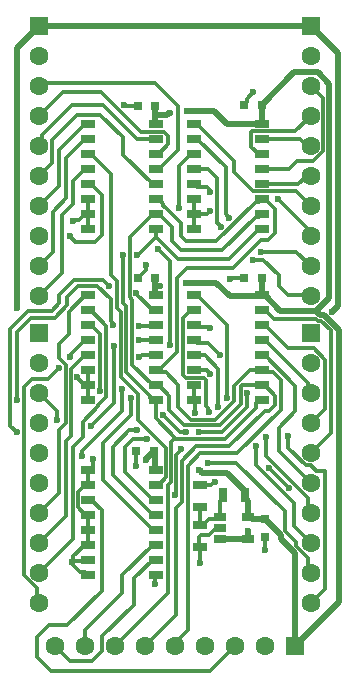
<source format=gtl>
G04*
G04 #@! TF.GenerationSoftware,Altium Limited,Altium Designer,21.4.1 (30)*
G04*
G04 Layer_Physical_Order=1*
G04 Layer_Color=255*
%FSLAX25Y25*%
%MOIN*%
G70*
G04*
G04 #@! TF.SameCoordinates,DAFBEC02-1197-4843-953F-D25F05510CB2*
G04*
G04*
G04 #@! TF.FilePolarity,Positive*
G04*
G01*
G75*
%ADD24R,0.03937X0.02756*%
%ADD25R,0.03150X0.03150*%
%ADD26R,0.03150X0.03150*%
%ADD27R,0.05000X0.02992*%
%ADD28R,0.02756X0.05118*%
%ADD29R,0.05118X0.02756*%
%ADD30C,0.01181*%
%ADD31C,0.01968*%
%ADD32C,0.06299*%
%ADD33R,0.06299X0.06299*%
%ADD34R,0.06299X0.06299*%
%ADD35C,0.02362*%
D24*
X24409Y-60827D02*
D03*
Y-53347D02*
D03*
X14961Y-60827D02*
D03*
Y-57087D02*
D03*
Y-53347D02*
D03*
D25*
X23031Y83858D02*
D03*
X28937D02*
D03*
Y26378D02*
D03*
X23031D02*
D03*
X-12894Y-31594D02*
D03*
X-6988D02*
D03*
X-12402Y83465D02*
D03*
X-6496D02*
D03*
Y26378D02*
D03*
X-12402D02*
D03*
D26*
X29921Y-54134D02*
D03*
Y-60039D02*
D03*
D27*
X6457Y77539D02*
D03*
Y72539D02*
D03*
Y67539D02*
D03*
Y62539D02*
D03*
Y57539D02*
D03*
Y52539D02*
D03*
Y47539D02*
D03*
Y42539D02*
D03*
X28976Y77539D02*
D03*
Y72539D02*
D03*
Y67539D02*
D03*
Y62539D02*
D03*
Y57539D02*
D03*
Y52539D02*
D03*
Y47539D02*
D03*
Y42539D02*
D03*
X-6457D02*
D03*
Y47539D02*
D03*
Y52539D02*
D03*
Y57539D02*
D03*
Y62539D02*
D03*
Y67539D02*
D03*
Y72539D02*
D03*
Y77539D02*
D03*
X-28976Y42539D02*
D03*
Y47539D02*
D03*
Y52539D02*
D03*
Y57539D02*
D03*
Y62539D02*
D03*
Y67539D02*
D03*
Y72539D02*
D03*
Y77539D02*
D03*
X28976Y-14547D02*
D03*
Y-9547D02*
D03*
Y-4547D02*
D03*
Y453D02*
D03*
Y5453D02*
D03*
Y10453D02*
D03*
Y15453D02*
D03*
Y20453D02*
D03*
X6457Y-14547D02*
D03*
Y-9547D02*
D03*
Y-4547D02*
D03*
Y453D02*
D03*
Y5453D02*
D03*
Y10453D02*
D03*
Y15453D02*
D03*
Y20453D02*
D03*
X-28976D02*
D03*
Y15453D02*
D03*
Y10453D02*
D03*
Y5453D02*
D03*
Y453D02*
D03*
Y-4547D02*
D03*
Y-9547D02*
D03*
Y-14547D02*
D03*
X-6457Y20453D02*
D03*
Y15453D02*
D03*
Y10453D02*
D03*
Y5453D02*
D03*
Y453D02*
D03*
Y-4547D02*
D03*
Y-9547D02*
D03*
Y-14547D02*
D03*
X-28976Y-37618D02*
D03*
Y-42618D02*
D03*
Y-47618D02*
D03*
Y-52618D02*
D03*
Y-57618D02*
D03*
Y-62618D02*
D03*
Y-67618D02*
D03*
Y-72618D02*
D03*
X-6457Y-37618D02*
D03*
Y-42618D02*
D03*
Y-47618D02*
D03*
Y-52618D02*
D03*
Y-57618D02*
D03*
Y-62618D02*
D03*
Y-67618D02*
D03*
Y-72618D02*
D03*
D28*
X15945Y-46063D02*
D03*
X23425D02*
D03*
D29*
X8268Y-42717D02*
D03*
Y-50197D02*
D03*
Y-63583D02*
D03*
Y-56102D02*
D03*
D30*
X-36220Y-22047D02*
Y-2756D01*
X-38583Y-394D02*
X-36220Y-2756D01*
X-38583Y-24409D02*
X-36220Y-22047D01*
X-24016Y25591D02*
X-22047Y23622D01*
X-38583Y20472D02*
X-33465Y25591D01*
X-24016D01*
X8268Y-68898D02*
Y-63583D01*
X-32018Y45502D02*
X-29980Y47539D01*
X-33731Y45502D02*
X-32018D01*
X-33957Y45276D02*
X-33731Y45502D01*
X-31732Y-71713D02*
X-29882D01*
X-34154Y-68405D02*
X-33928Y-68632D01*
X-29882Y-71713D02*
X-28976Y-72618D01*
X-33928Y-69517D02*
X-31732Y-71713D01*
X-33928Y-69517D02*
Y-68632D01*
Y-68180D02*
X-29538D01*
X-28976Y-67618D01*
X-33928Y-66565D02*
X-29980Y-62618D01*
X-34154Y-68405D02*
X-33928Y-68180D01*
Y-66565D01*
X-29980Y-62618D02*
X-28976D01*
X8169Y-60141D02*
X8861Y-59449D01*
X8169Y-63484D02*
Y-60141D01*
X8861Y-59449D02*
X11516D01*
X13091Y-57874D01*
X14173D01*
X29921Y-64567D02*
Y-60039D01*
X43676Y43221D02*
Y43234D01*
X45276Y40236D02*
Y41621D01*
X43676Y43221D02*
X45276Y41621D01*
X34449Y52461D02*
X43676Y43234D01*
X10704Y47539D02*
X11590Y48425D01*
X6457Y47539D02*
X10704D01*
X1476Y63563D02*
X5453Y67539D01*
X1476Y49705D02*
Y63563D01*
X-9747Y29032D02*
Y30607D01*
X-9646Y30709D01*
X-12402Y26378D02*
X-9747Y29032D01*
X6457Y10453D02*
X7038Y9872D01*
X11388D01*
X11614Y9646D01*
X-5512Y35827D02*
X-1476Y31791D01*
Y4035D02*
Y31791D01*
X689Y1595D02*
Y23020D01*
Y25011D02*
Y26280D01*
X591Y23119D02*
X689Y23020D01*
X-5453Y-4547D02*
X689Y1595D01*
X591Y24913D02*
X689Y25011D01*
Y26280D02*
X3937Y29528D01*
X591Y23119D02*
Y24913D01*
X2756Y-6234D02*
Y12756D01*
Y-6234D02*
X3549Y-7028D01*
X2756Y12756D02*
X5453Y15453D01*
X14173Y-57874D02*
X14961Y-57087D01*
X8169Y-63484D02*
X8268Y-63583D01*
X12968Y-41929D02*
X13287D01*
X8268Y-42717D02*
X12180D01*
X12968Y-41929D01*
X10994Y-18278D02*
X11220Y-18504D01*
X10994Y-18278D02*
Y-17073D01*
X10433Y-16511D02*
X10994Y-17073D01*
X10433Y-16511D02*
Y-7719D01*
X6693Y-18799D02*
Y-14784D01*
X13484Y-20965D02*
X19685Y-14764D01*
X5315Y-20965D02*
X13484D01*
X1083Y-16732D02*
X5315Y-20965D01*
X1083Y-16732D02*
Y-9350D01*
X6457Y-14547D02*
X6693Y-14784D01*
X-16634Y-30118D02*
X-13976Y-27461D01*
X-9350D01*
X23031Y83858D02*
X24016Y84842D01*
Y85925D02*
X26181Y88090D01*
X24016Y84842D02*
Y85925D01*
X315Y-50472D02*
X2362Y-48425D01*
Y-34744D02*
X7185Y-29921D01*
X2362Y-48425D02*
Y-34744D01*
X-10000Y-96457D02*
X315Y-86142D01*
Y-50472D01*
X31299Y-37106D02*
X37894Y-43701D01*
X2165Y-31127D02*
Y-30807D01*
X492Y-32800D02*
X2165Y-31127D01*
X492Y-34145D02*
Y-32800D01*
Y-43996D02*
Y-34145D01*
X98Y-46260D02*
X324Y-46034D01*
Y-44164D01*
X492Y-43996D01*
X-2264Y-78720D02*
Y-42864D01*
X-20000Y-96457D02*
X-2264Y-78720D01*
X-1181Y-41781D02*
Y-28543D01*
X-2264Y-42864D02*
X-1181Y-41781D01*
X4232Y-36516D02*
X8465Y-32283D01*
X0Y-95402D02*
X4232Y-91170D01*
Y-36516D01*
X7185Y-29921D02*
X18110D01*
X8465Y-32283D02*
X20866D01*
X3549Y-7028D02*
X9741D01*
X10433Y-7719D01*
X10650Y-4547D02*
X11811Y-5709D01*
X6457Y-4547D02*
X10650D01*
X6457Y453D02*
X6513Y397D01*
X10036D01*
X14512Y-4079D01*
Y-16874D02*
Y-4079D01*
X11048Y4602D02*
X15059Y591D01*
X6457Y5453D02*
X7308Y4602D01*
X11048D01*
X27972Y-14547D02*
X28976D01*
X27067Y-15453D02*
X27972Y-14547D01*
X24980Y-4547D02*
X28976D01*
Y10453D02*
X29980D01*
X37677Y2756D01*
X28976Y453D02*
X29980D01*
X40157Y-9724D01*
Y-18110D02*
Y-9724D01*
X6457Y20453D02*
X7461D01*
X17323Y10591D01*
Y-13780D02*
Y10591D01*
X29980Y-9547D02*
X33465Y-13032D01*
Y-16142D02*
Y-13032D01*
X22207Y-9547D02*
X29980D01*
X28976Y15453D02*
X29980D01*
X32933Y12500D01*
X28976Y-4547D02*
X29980D01*
X30430Y-4997D01*
X32556D01*
X28976Y5453D02*
X29980D01*
X44296Y-8863D01*
Y-11147D02*
Y-8863D01*
X6457Y-14547D02*
Y-9547D01*
X5453Y15453D02*
X6457D01*
X44296Y-11147D02*
X45276Y-12126D01*
X32556Y-4997D02*
X35433Y-7874D01*
Y-17717D02*
Y-7874D01*
X20866Y-32283D02*
X35433Y-17717D01*
X0Y-96457D02*
Y-95402D01*
X45276Y-32126D02*
X45433D01*
X51968Y-25591D01*
Y8872D01*
X48833Y12008D02*
X51968Y8872D01*
X47666Y12008D02*
X48833D01*
X47174Y12500D02*
X47666Y12008D01*
X32933Y12500D02*
X47174D01*
X21900Y-9855D02*
X22207Y-9547D01*
X21900Y-15896D02*
Y-9855D01*
X14961Y-22835D02*
X21900Y-15896D01*
X3150Y-22835D02*
X14961D01*
X-1870Y-17815D02*
X3150Y-22835D01*
X-1870Y-17815D02*
Y-13130D01*
X-5453Y-9547D02*
X-1870Y-13130D01*
X-6457Y-9547D02*
X-5453D01*
X31496Y-18110D02*
X33465Y-16142D01*
X29921Y-18110D02*
X31496D01*
X18110Y-29921D02*
X29921Y-18110D01*
X34646Y-31496D02*
X45276Y-42126D01*
X34646Y-31496D02*
Y-23622D01*
X40157Y-18110D01*
X45276Y-22126D02*
X50000Y-17402D01*
Y-1004D01*
X46240Y2756D02*
X50000Y-1004D01*
X37677Y2756D02*
X46240D01*
X19685Y-9843D02*
X24980Y-4547D01*
X19685Y-14764D02*
Y-9843D01*
X-3019Y-5249D02*
X1083Y-9350D01*
X-4751Y-5249D02*
X-3019D01*
X-5453Y-4547D02*
X-4751Y-5249D01*
X27067Y-17028D02*
Y-15453D01*
X16732Y-27362D02*
X27067Y-17028D01*
X0Y-27362D02*
X16732D01*
X-5453Y-42618D02*
X-2972Y-40138D01*
Y-30492D01*
X-1181Y-28543D02*
X197Y-27165D01*
X-12205Y-21260D02*
X-2972Y-30492D01*
X-16634Y-38445D02*
Y-30118D01*
Y-38445D02*
X-7461Y-47618D01*
X-15157Y-24508D02*
X-12598D01*
X-20669Y-30020D02*
X-15157Y-24508D01*
X-20669Y-39409D02*
Y-30020D01*
Y-39409D02*
X-7461Y-52618D01*
X-24114Y-28740D02*
X-14764Y-19390D01*
X-24114Y-40965D02*
Y-28740D01*
X-14764Y-19390D02*
Y-13780D01*
X-12992Y-31693D02*
X-12894Y-31594D01*
X-12992Y-36319D02*
Y-31693D01*
X-12205Y-21260D02*
Y-12598D01*
X-28976Y-37618D02*
X-28268D01*
X-27362Y-36713D01*
Y-34154D01*
X-24114Y-40965D02*
X-7461Y-57618D01*
X37697Y20571D02*
X44941D01*
X45276Y20236D01*
X34646Y23622D02*
X37697Y20571D01*
X46060Y65158D02*
X49409Y68507D01*
X45276Y90236D02*
X49409Y86102D01*
Y68507D02*
Y86102D01*
X40748Y65158D02*
X46060D01*
X-17224Y17913D02*
Y33858D01*
Y17913D02*
X-16142Y16831D01*
Y-5250D02*
Y16831D01*
X-12569Y20561D02*
Y21034D01*
Y20561D02*
X-7461Y15453D01*
X-12598Y33858D02*
X-12402D01*
X-14961Y19772D02*
X-14173Y18985D01*
X-14961Y19772D02*
Y40039D01*
X-12795Y21260D02*
X-12569Y21034D01*
X-14961Y40039D02*
X-7461Y47539D01*
X-19291Y16142D02*
Y25197D01*
X-18110Y-6693D02*
Y14961D01*
X-19291Y16142D02*
X-18110Y14961D01*
X-20472Y10630D02*
Y10928D01*
X-21457Y11912D02*
X-20472Y10928D01*
X-21457Y11912D02*
Y19094D01*
X-25984Y23622D02*
X-21457Y19094D01*
X-6668Y91215D02*
X984Y83563D01*
X-44296Y91215D02*
X-6668D01*
X-45276Y90236D02*
X-44296Y91215D01*
X984Y68976D02*
Y83563D01*
X-12598Y72539D02*
X-6457D01*
X-23917Y83858D02*
X-12598Y72539D01*
X-34252Y83858D02*
X-23917D01*
X-3549Y75020D02*
X-2165Y73636D01*
X-5453Y67539D02*
X-2165Y70827D01*
Y73636D01*
X-24508Y88189D02*
X-11339Y75020D01*
X-3549D01*
X-5453Y62539D02*
X984Y68976D01*
X-37323Y88189D02*
X-24508D01*
X-17028Y83858D02*
X-16634Y83465D01*
X-12402D01*
X38130Y62539D02*
X40748Y65158D01*
X28976Y62539D02*
X38130D01*
X-7461Y-9547D02*
X-6457D01*
X18996Y26378D02*
X23031D01*
X18504Y25886D02*
X18996Y26378D01*
X6457Y47539D02*
Y52539D01*
Y42539D02*
Y47539D01*
X-29980D02*
X-28976D01*
Y52539D01*
Y42539D02*
Y47539D01*
X-34646Y-26378D02*
Y-4213D01*
X-32480Y-7047D02*
Y-6890D01*
X-34646Y-4213D02*
X-29980Y453D01*
X-32480Y-7047D02*
X-29980Y-9547D01*
X-36220Y-27953D02*
X-34646Y-26378D01*
X-29980Y-9547D02*
X-28976D01*
Y-4547D01*
Y-14547D02*
Y-9547D01*
X36614Y-58043D02*
X40455Y-61884D01*
Y-63152D02*
X44508Y-67205D01*
X36614Y-58043D02*
Y-51575D01*
X40455Y-63152D02*
Y-61884D01*
X44508Y-71359D02*
Y-67205D01*
Y-71359D02*
X45276Y-72126D01*
X50000Y-77402D02*
Y-38189D01*
X45276Y-82126D02*
X50000Y-77402D01*
X47185Y-38189D02*
X50000D01*
X45256Y-36260D02*
X47185Y-38189D01*
X43563Y-36260D02*
X45256D01*
X-6693Y-72854D02*
X-6457Y-72618D01*
X-6693Y-75886D02*
Y-72854D01*
X-34035Y-30098D02*
X-30709Y-26772D01*
X-32461Y-45098D02*
X-29980Y-42618D01*
X-32461Y-50138D02*
Y-45098D01*
Y-50138D02*
X-29980Y-52618D01*
X-28976D01*
X-34035Y-60886D02*
Y-30098D01*
X-45276Y-72126D02*
X-34035Y-60886D01*
X-29980Y-42618D02*
X-28976D01*
Y-57618D02*
Y-52618D01*
Y-62618D02*
Y-57618D01*
Y-42618D02*
Y-37618D01*
X-3937Y-19291D02*
X1849Y-25077D01*
X3424D02*
X3543Y-25197D01*
X1849Y-25077D02*
X3424D01*
X-6457Y-20512D02*
X197Y-27165D01*
X-6457Y-20512D02*
Y-14547D01*
X-7461Y-47618D02*
X-6457D01*
X25492Y70020D02*
Y74731D01*
X40098Y75059D02*
X45276Y80236D01*
X25820Y75059D02*
X40098D01*
X25492Y74731D02*
X25820Y75059D01*
X29528Y32283D02*
X34646Y27165D01*
X25984Y32283D02*
X29528D01*
X34646Y23622D02*
Y27165D01*
X-2972Y49443D02*
X1969Y44502D01*
X-3855Y50326D02*
Y50942D01*
Y50326D02*
X-2972Y49443D01*
X-5453Y52539D02*
X-3855Y50942D01*
X1969Y40157D02*
Y44502D01*
X-2972Y49443D02*
Y49443D01*
X-6457Y52539D02*
X-5453D01*
X3740Y38386D02*
X13780D01*
X1969Y40157D02*
X3740Y38386D01*
X-984Y38386D02*
Y43071D01*
X1969Y35433D02*
X15748D01*
X-984Y38386D02*
X1969Y35433D01*
X5453Y67539D02*
X6457D01*
X-7461Y-52618D02*
X-6457D01*
X-18110Y-6693D02*
X-12205Y-12598D01*
X-16142Y-5250D02*
X-8366Y-13026D01*
Y-13642D02*
Y-13026D01*
X-27972Y67539D02*
X-21260Y60827D01*
X-28976Y67539D02*
X-27972D01*
X-21260Y27165D02*
Y60827D01*
Y27165D02*
X-19291Y25197D01*
X-14173Y-2835D02*
Y18985D01*
Y-2835D02*
X-7461Y-9547D01*
X-11811Y10236D02*
X-11703Y10345D01*
X-6565D01*
X-6457Y10453D01*
X-6486Y5482D02*
X-6457Y5453D01*
X-11811Y5512D02*
X-11782Y5482D01*
X-6486D01*
X-8366Y-13642D02*
X-7461Y-14547D01*
X-6457D01*
X-11491Y0D02*
X-11068Y423D01*
X-6486D01*
X-11811Y0D02*
X-11491D01*
X-17549Y-11691D02*
Y-10856D01*
X-17717Y-11859D02*
X-17549Y-11691D01*
X-17717Y-18015D02*
Y-11859D01*
X-31031Y-31329D02*
X-17717Y-18015D01*
X-6457Y-42618D02*
X-5453D01*
X24016Y-12254D02*
X24065Y-12205D01*
X24016Y-12598D02*
Y-12254D01*
Y-16794D02*
Y-12598D01*
X15810Y-25000D02*
X24016Y-16794D01*
X7874Y-25000D02*
X15810D01*
X37795Y-30492D02*
X43563Y-36260D01*
X37795Y-30492D02*
Y-26378D01*
X11811Y54724D02*
Y55512D01*
X10689Y56634D02*
X11811Y55512D01*
X7362Y56634D02*
X10689D01*
X6457Y57539D02*
X7362Y56634D01*
X14173Y44589D02*
X15354Y43408D01*
X14173Y44589D02*
Y59449D01*
X11083Y62539D02*
X14173Y59449D01*
X15354Y43307D02*
Y43408D01*
X6457Y62539D02*
X11083D01*
X16929Y47503D02*
X18110Y46322D01*
X7461Y72539D02*
X16929Y63071D01*
Y47503D02*
Y63071D01*
X7461Y77539D02*
X19685Y65315D01*
Y61443D02*
Y65315D01*
Y61443D02*
X26069Y55059D01*
X28740Y35039D02*
X40472D01*
X45276Y30236D01*
X18110Y46063D02*
Y46322D01*
X28740Y38976D02*
X31102D01*
X33465Y41339D02*
Y49055D01*
X31102Y38976D02*
X33465Y41339D01*
X19291Y29528D02*
X28740Y38976D01*
X3937Y29528D02*
X19291D01*
X6457Y72539D02*
X7461D01*
X26069Y55059D02*
X40453D01*
X45276Y50236D01*
X6457Y77539D02*
X7461D01*
X20472Y-35433D02*
X36614Y-51575D01*
X11024Y-35433D02*
X20472D01*
X30315Y-33011D02*
Y-26772D01*
Y-33011D02*
X44508Y-47205D01*
X27165Y-36220D02*
Y-29921D01*
Y-36220D02*
X39764Y-48819D01*
X-7461Y15453D02*
X-6457D01*
X-35039Y0D02*
X-34813Y226D01*
X-29980Y5453D02*
X-28976D01*
X-34813Y226D02*
Y620D01*
X-29980Y5453D01*
X-30709Y-21667D02*
X-25492Y-16451D01*
X-30709Y-26772D02*
Y-21667D01*
X-29980Y20453D02*
X-28976D01*
X-35433Y15000D02*
X-29980Y20453D01*
X-6486Y423D02*
X-6457Y453D01*
X-45276Y-62126D02*
X-36220Y-53071D01*
Y-27953D01*
X-28976Y10453D02*
X-27972D01*
X-25000Y7480D01*
Y-11591D02*
Y7480D01*
X-6457Y-4547D02*
X-5453D01*
X-25492Y-16451D02*
Y-16043D01*
X-22835Y-13386D01*
Y10315D01*
X-27972Y15453D02*
X-22835Y10315D01*
X-28976Y15453D02*
X-27972D01*
X-29980Y453D02*
X-28976D01*
X-7461Y47539D02*
X-5453D01*
X28976Y52539D02*
X29980D01*
X33465Y49055D01*
X-35433Y7480D02*
Y15000D01*
X-38583Y4331D02*
X-35433Y7480D01*
X-38583Y-394D02*
Y4331D01*
Y-45433D02*
Y-24409D01*
X-45276Y-52126D02*
X-38583Y-45433D01*
X-7461Y-57618D02*
X-6457D01*
X-27953Y-23228D02*
X-20276Y-15551D01*
Y3543D01*
X39764Y-56614D02*
X45276Y-62126D01*
X39764Y-56614D02*
Y-48819D01*
X44508Y-51359D02*
X45276Y-52126D01*
X44508Y-51359D02*
Y-47205D01*
X-45276Y-12126D02*
X-39370Y-18032D01*
Y-21260D02*
Y-18032D01*
X-22047Y23622D02*
X-22047D01*
X-40945Y15354D02*
X-38583Y17717D01*
Y20472D01*
X-48819Y15354D02*
X-40945D01*
X-54921Y9252D02*
X-48819Y15354D01*
X-54921Y-23031D02*
X-52756Y-25197D01*
X-54921Y-23031D02*
Y9252D01*
X-32283Y23622D02*
X-25984D01*
X-35973Y19932D02*
X-32283Y23622D01*
X-35973Y17081D02*
Y19932D01*
X-40062Y12992D02*
X-35973Y17081D01*
X-47849Y12992D02*
X-40062D01*
X-52756Y8085D02*
X-47849Y12992D01*
X-52756Y-14567D02*
Y8085D01*
X-35039Y40056D02*
X-33172Y38189D01*
X-26772D01*
X-24409Y40551D01*
X-35039Y40056D02*
Y40157D01*
X-24409Y40551D02*
Y53976D01*
X-27972Y57539D02*
X-24409Y53976D01*
X-28976Y57539D02*
X-27972D01*
X-33858Y50787D02*
Y58661D01*
X-45276Y20236D02*
X-37480Y28032D01*
Y47165D02*
X-33858Y50787D01*
X-37480Y28032D02*
Y47165D01*
X-36220Y52795D02*
Y66299D01*
X-45276Y30236D02*
X-40748Y34764D01*
Y48268D02*
X-36220Y52795D01*
X-40748Y34764D02*
Y48268D01*
X-36220Y66299D02*
X-29980Y72539D01*
X-33858Y58661D02*
X-29980Y62539D01*
X-40945Y72244D02*
X-32480Y80709D01*
X-40945Y64567D02*
Y72244D01*
X-45276Y60236D02*
X-40945Y64567D01*
X-38583Y68937D02*
X-29980Y77539D01*
X-45276Y50236D02*
X-38583Y56929D01*
Y68937D01*
X-24803Y80709D02*
X-17217Y73123D01*
Y67296D02*
Y73123D01*
X-32480Y80709D02*
X-24803D01*
X-44296Y73814D02*
X-34252Y83858D01*
X-45276Y70236D02*
X-44296Y71215D01*
Y73814D01*
X-45276Y80236D02*
X-37323Y88189D01*
X-12402Y33858D02*
X-6457Y39803D01*
X-31102Y-33071D02*
X-31031Y-32999D01*
Y-31329D01*
X-42239Y-7593D02*
X-38583Y-3937D01*
X-50394Y-10236D02*
X-47751Y-7593D01*
X-42239D01*
X-46043Y-81359D02*
Y-77205D01*
X-50394Y-72854D02*
X-46043Y-77205D01*
X-50394Y-72854D02*
Y-10236D01*
X-46043Y-81359D02*
X-45276Y-82126D01*
X-46063Y-93307D02*
X-42126Y-89370D01*
X-35827D02*
X-24409Y-77953D01*
X-42126Y-89370D02*
X-35827D01*
X-24409Y-77953D02*
Y-51181D01*
X-27972Y-47618D02*
X-24409Y-51181D01*
X-28976Y-47618D02*
X-27972D01*
X-46063Y-100000D02*
Y-93307D01*
Y-100000D02*
X-41339Y-104724D01*
X11732D01*
X20000Y-96457D01*
X-30000Y-91024D02*
X-17717Y-78740D01*
Y-72874D02*
X-7461Y-62618D01*
X-17717Y-78740D02*
Y-72874D01*
X-24311Y-93209D02*
X-13780Y-82677D01*
Y-73937D01*
X-24311Y-98130D02*
Y-93209D01*
X-27559Y-101378D02*
X-24311Y-98130D01*
X-35079Y-101378D02*
X-27559D01*
X-40000Y-96457D02*
X-35079Y-101378D01*
X-30000Y-96457D02*
Y-91024D01*
X-6457Y42539D02*
X-6420Y42503D01*
Y39885D02*
X984Y32480D01*
X-6420Y39885D02*
Y42503D01*
X17913Y32480D02*
X27972Y42539D01*
X984Y32480D02*
X17913D01*
X15748Y35433D02*
X26949Y46634D01*
X27027Y51634D02*
X28071D01*
X13780Y38386D02*
X27027Y51634D01*
X28071D02*
X28976Y52539D01*
X26949Y46634D02*
X28071D01*
X27972Y42539D02*
X28976D01*
X28071Y46634D02*
X28976Y47539D01*
X-5453D02*
X-984Y43071D01*
X41194Y57539D02*
X43891Y60236D01*
X45276D01*
X28976Y57539D02*
X41194D01*
X25492Y70020D02*
X27972Y67539D01*
X28976D01*
Y72539D02*
X41587D01*
X43891Y70236D01*
X45276D01*
X-6457Y62539D02*
X-5453D01*
X-6457Y67539D02*
X-5453D01*
X-17217Y67296D02*
X-7461Y57539D01*
X-6457D01*
X-29980Y62539D02*
X-28976D01*
X-29980Y72539D02*
X-28976D01*
X-29980Y77539D02*
X-28976D01*
X-13780Y-73937D02*
X-7461Y-67618D01*
X-6457D01*
X-7461Y-62618D02*
X-6457D01*
X14961Y-53347D02*
Y-48228D01*
X15945Y-47244D01*
Y-46063D01*
X9449Y-56102D02*
X11417Y-54134D01*
X14173D02*
X14961Y-53347D01*
X8268Y-56102D02*
X9449D01*
X11417Y-54134D02*
X14173D01*
X8268Y-56102D02*
Y-50197D01*
D31*
X13080Y81890D02*
X17431Y77539D01*
X4134Y81890D02*
X13080D01*
X3543Y24705D02*
X13681D01*
X18307Y20079D01*
X17224Y-38681D02*
X23425Y-44882D01*
X9162Y-38681D02*
X17224D01*
X8276Y-37795D02*
X9162Y-38681D01*
X-9669Y-34472D02*
Y-34275D01*
X-9744Y-34547D02*
X-9669Y-34472D01*
Y-34275D02*
X-6988Y-31594D01*
X24409Y-60827D02*
X24508Y-60728D01*
Y-57972D01*
X8169Y-37795D02*
X8276D01*
X29980Y20453D02*
X35149Y15284D01*
X47174D01*
X28937Y26378D02*
X28957Y26358D01*
Y20472D02*
Y26358D01*
X28563Y20079D02*
X28957Y20472D01*
X18307Y20079D02*
X28563D01*
X28976Y20453D02*
X29980D01*
X23425Y-46063D02*
Y-44882D01*
Y-47244D02*
Y-46063D01*
X-6722Y-37352D02*
X-6457Y-37618D01*
X-6722Y-37352D02*
Y-31860D01*
X-6988Y-31594D02*
X-6722Y-31860D01*
X40000Y-96457D02*
X54724Y-81732D01*
Y8900D01*
X49648Y13976D02*
X54724Y8900D01*
X48481Y13976D02*
X49648D01*
X47174Y15284D02*
X48481Y13976D01*
X52362Y14961D02*
X54331Y16929D01*
Y101181D01*
X47174Y15284D02*
X51378Y19488D01*
X47567Y94764D02*
X51378Y90953D01*
X39843Y94764D02*
X47567D01*
X51378Y19488D02*
Y90953D01*
X45276Y110236D02*
X54331Y101181D01*
X28937Y83858D02*
X39843Y94764D01*
X-6476Y80502D02*
X-2675D01*
X-1878Y81299D02*
X-1772D01*
X-2675Y80502D02*
X-1878Y81299D01*
X-6476Y80502D02*
Y83445D01*
Y77559D02*
Y80502D01*
X17431Y77539D02*
X28976D01*
X-6476Y23425D02*
Y26358D01*
Y20472D02*
Y23415D01*
X-4833D01*
X-4823Y23425D01*
X-6496Y26378D02*
X-6476Y26358D01*
Y20472D02*
X-6457Y20453D01*
X-45276Y110236D02*
X45276D01*
X28957Y77559D02*
X28976Y77539D01*
X28957Y77559D02*
Y83839D01*
X28937Y83858D02*
X28957Y83839D01*
X-6476Y77559D02*
X-6457Y77539D01*
X-6496Y83465D02*
X-6476Y83445D01*
X24409Y-53347D02*
Y-48228D01*
X23425Y-47244D02*
X24409Y-48228D01*
X25787Y-54134D02*
X29921D01*
X25000Y-53347D02*
X25787Y-54134D01*
X24409Y-53347D02*
X25000D01*
X35256Y-60736D02*
Y-59469D01*
Y-60736D02*
X40000Y-65480D01*
Y-96457D02*
Y-65480D01*
X29921Y-54134D02*
X35256Y-59469D01*
X-52756Y102756D02*
X-45276Y110236D01*
X-52756Y16142D02*
Y102756D01*
X14961Y-60827D02*
X24409D01*
D32*
X-45276Y20236D02*
D03*
Y40236D02*
D03*
Y50236D02*
D03*
Y60236D02*
D03*
Y70236D02*
D03*
Y80236D02*
D03*
Y90236D02*
D03*
Y100236D02*
D03*
Y30236D02*
D03*
X45276Y20236D02*
D03*
Y40236D02*
D03*
Y50236D02*
D03*
Y60236D02*
D03*
Y70236D02*
D03*
Y80236D02*
D03*
Y90236D02*
D03*
Y100236D02*
D03*
Y30236D02*
D03*
X-45276Y-82126D02*
D03*
Y-62126D02*
D03*
Y-52126D02*
D03*
Y-42126D02*
D03*
Y-32126D02*
D03*
Y-22126D02*
D03*
Y-12126D02*
D03*
Y-2126D02*
D03*
Y-72126D02*
D03*
X45276Y-82126D02*
D03*
Y-62126D02*
D03*
Y-52126D02*
D03*
Y-42126D02*
D03*
Y-32126D02*
D03*
Y-22126D02*
D03*
Y-12126D02*
D03*
Y-2126D02*
D03*
Y-72126D02*
D03*
X-30000Y-96457D02*
D03*
X-20000D02*
D03*
X-10000D02*
D03*
X0D02*
D03*
X10000D02*
D03*
X20000D02*
D03*
X30000D02*
D03*
X-40000D02*
D03*
D33*
X-45276Y110236D02*
D03*
X45276D02*
D03*
X-45276Y7874D02*
D03*
X45276D02*
D03*
D34*
X40000Y-96457D02*
D03*
D35*
X8268Y-68898D02*
D03*
X-33957Y45276D02*
D03*
X-34154Y-68405D02*
D03*
X29921Y-64567D02*
D03*
X4134Y81890D02*
D03*
X34449Y52461D02*
D03*
X11590Y48425D02*
D03*
X1476Y49705D02*
D03*
X-9646Y30709D02*
D03*
X3543Y24705D02*
D03*
X11614Y9646D02*
D03*
X-1476Y4035D02*
D03*
X13287Y-41929D02*
D03*
X11220Y-18504D02*
D03*
X6693Y-18799D02*
D03*
X-9350Y-27461D02*
D03*
X-9744Y-34547D02*
D03*
X26181Y88090D02*
D03*
X31299Y-37106D02*
D03*
X37894Y-43701D02*
D03*
X24508Y-57972D02*
D03*
X98Y-46260D02*
D03*
X2165Y-30807D02*
D03*
X8169Y-37795D02*
D03*
X11811Y-5709D02*
D03*
X15059Y591D02*
D03*
X-12992Y-36319D02*
D03*
X-12598Y-24508D02*
D03*
X-27362Y-34154D02*
D03*
X52362Y14961D02*
D03*
X-12795Y21260D02*
D03*
X-12598Y33858D02*
D03*
X-17224D02*
D03*
X-1772Y81299D02*
D03*
X-17028Y83858D02*
D03*
X-4823Y23425D02*
D03*
X18504Y25886D02*
D03*
X-32480Y-6890D02*
D03*
X-6693Y-75886D02*
D03*
X-3937Y-19291D02*
D03*
X3543Y-25197D02*
D03*
X-5512Y35827D02*
D03*
X-17549Y-10856D02*
D03*
X-11811Y10236D02*
D03*
Y5512D02*
D03*
Y0D02*
D03*
X24065Y-12205D02*
D03*
X7874Y-25000D02*
D03*
X37795Y-26378D02*
D03*
X-52756Y16142D02*
D03*
X11811Y54724D02*
D03*
X28740Y35039D02*
D03*
X25984Y32283D02*
D03*
X18110Y46063D02*
D03*
X15354Y43307D02*
D03*
X11024Y-35433D02*
D03*
X30315Y-26772D02*
D03*
X27165Y-29921D02*
D03*
X-25000Y-11591D02*
D03*
X-14764Y-13780D02*
D03*
X-20472Y10630D02*
D03*
X-20276Y3543D02*
D03*
X17323Y-13780D02*
D03*
X14512Y-16874D02*
D03*
X-39370Y-21260D02*
D03*
X-27953Y-23228D02*
D03*
X-22047Y23622D02*
D03*
X-52756Y-25197D02*
D03*
Y-14567D02*
D03*
X-35039Y40157D02*
D03*
X-31102Y-33071D02*
D03*
X-38583Y-3937D02*
D03*
X-35039Y0D02*
D03*
M02*

</source>
